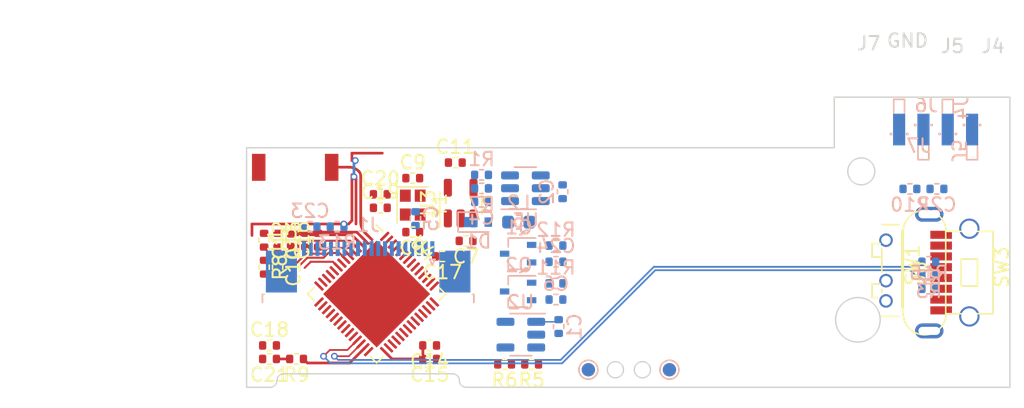
<source format=kicad_pcb>
(kicad_pcb (version 20221018) (generator pcbnew)
  (layers (0 "F.Cu" signal) (31 "B.Cu" signal) (34 "B.Paste" user) (35 "F.Paste" user) (36 "B.SilkS" user "B.Silkscreen") (37 "F.SilkS" user "F.Silkscreen") (38 "B.Mask" user) (39 "F.Mask" user) (44 "Edge.Cuts" user))
  (net 0 "")
  (net 1 "GND")
  (net 2 "/EN")
  (net 3 "+3V3")
  (net 4 "VDD3P3")
  (net 5 "/IO15")
  (net 6 "/D-")
  (net 7 "/D+")
  (net 8 "/IO2")
  (net 9 "/IO4")
  (net 10 "/IO0")
  (net 11 "/SCL")
  (net 12 "/SDA")
  (net 14 "+12V")
  (net 15 "Net-(J1-Pin_3)")
  (net 16 "Net-(D1-A)")
  (net 17 "Net-(J5-Pin_1)")
  (net 18 "Net-(Q1-B)")
  (net 19 "Net-(Q2-B)")
  (net 21 "/VCC_DISPL")
  (net 22 "Net-(J2-Pin_1)")
  (net 24 "/VBAT")
  (net 25 "/VUSB")
  (net 26 "/GPIO9")
  (net 27 "Net-(U4-XTAL_N)")
  (net 28 "Net-(U4-XTAL_P)")
  (net 29 "Net-(U4-VDD_SPI)")
  (net 30 "Net-(C21-Pad1)")
  (net 31 "Net-(J7-Pin_1)")
  (net 32 "Net-(J4-Pin_1)")
  (net 33 "Net-(U4-GPIO21)")
  (net 68 "Net-(J8-CC1)")
  (net 70 "Net-(J8-D+-PadA6)")
  (net 71 "Net-(J8-D--PadA7)")
  (net 77 "/DC")
  (net 78 "/CS")
  (net 79 "Net-(J1-Pin_17)")
  (net 81 "Net-(U5-FB)")
  (net 83 "Net-(AE2-A)")
  (footprint "Resistor_SMD:R_0402_1005Metric" (layer "F.Cu") (at 114.8 53.6 -90)
    (fp_text reference "C10" (at 0 -1.17 90) (layer "F.SilkS"))
    (fp_text value "1µ")
    (pad "1" smd roundrect (at -0.51 0 270) (size 0.54 0.64) (layers "F.Cu" "F.Paste" "F.Mask") (net 2 "/EN"))
    (pad "2" smd roundrect (at 0.51 0 270) (size 0.54 0.64) (layers "F.Cu" "F.Paste" "F.Mask") (net 1 "GND"))
  )
  (footprint "TheBrutzlers_Lib:ytc-tc85-125" (layer "F.Cu") (at 164.71011 54 90)
    (fp_text reference "J8" (at 0 -2.4 90 unlocked) (layer "F.SilkS"))
    (fp_text value "USB_C_Receptacle_USB2.0")
    (pad "A5" smd rect (at -1.2 -0.8 180) (size 1.6 0.6) (layers "F.Cu" "F.Paste" "F.Mask") (net 68 "Net-(J8-CC1)"))
    (pad "A8" smd rect (at 1.2 -0.8 180) (size 1.6 0.6) (layers "F.Cu" "F.Paste" "F.Mask"))
    (pad "A9" smd rect (at 2 -0.8 180) (size 1.6 0.6) (layers "F.Cu" "F.Paste" "F.Mask") (net 25 "/VUSB"))
    (pad "A12" smd rect (at 2.8 -0.8 180) (size 1.6 0.6) (layers "F.Cu" "F.Paste" "F.Mask") (net 1 "GND"))
    (pad "B6" smd rect (at 0.4 -0.8 180) (size 1.6 0.6) (layers "F.Cu" "F.Paste" "F.Mask") (net 70 "Net-(J8-D+-PadA6)"))
    (pad "B7" smd rect (at -0.4 -0.8 180) (size 1.6 0.6) (layers "F.Cu" "F.Paste" "F.Mask") (net 71 "Net-(J8-D--PadA7)"))
    (pad "B9" smd rect (at -2 -0.8 180) (size 1.6 0.6) (layers "F.Cu" "F.Paste" "F.Mask") (net 25 "/VUSB"))
    (pad "B12" smd rect (at -2.8 -0.8 180) (size 1.6 0.6) (layers "F.Cu" "F.Paste" "F.Mask") (net 1 "GND"))
    (pad "S1" thru_hole oval (at -4.32 -1.68 90) (size 1.1 2.1) (drill oval 0.6 1.6) (layers "*.Cu" "*.Mask") (net 1 "GND"))
    (pad "S1" thru_hole oval (at 4.32 -1.68 90) (size 1.1 2.1) (drill oval 0.6 1.6) (layers "*.Cu" "*.Mask") (net 1 "GND"))
  )
  (footprint "TheBrutzlers_Lib:BX-TS-26-365CJ" (layer "F.Cu") (at 166 54 -90)
    (fp_text reference "SW3" (at -0.4 -2.4 90) (layer "F.SilkS"))
    (fp_text value "SW_Push" hide)
    (pad "1" thru_hole circle (at -3.25 0 270) (size 1.5 1.5) (drill 1.2) (layers "*.Cu" "*.Mask") (net 1 "GND"))
    (pad "2" thru_hole circle (at 3.25 0 270) (size 1.5 1.5) (drill 1.2) (layers "*.Cu" "*.Mask") (net 10 "/IO0"))
  )
  (footprint "Crystal:Crystal_SMD_2016-4Pin_2.0x1.6mm" (layer "F.Cu") (at 124.8 48.999999 -90)
    (fp_text reference "Y1" (at 0 -2 90) (layer "F.SilkS"))
    (fp_text value "40MHz")
    (pad "1" smd rect (at -0.7 0.55 270) (size 0.9 0.8) (layers "F.Cu" "F.Paste" "F.Mask") (net 28 "Net-(U4-XTAL_P)"))
    (pad "2" smd rect (at 0.7 0.55 270) (size 0.9 0.8) (layers "F.Cu" "F.Paste" "F.Mask") (net 1 "GND"))
    (pad "3" smd rect (at 0.7 -0.55 270) (size 0.9 0.8) (layers "F.Cu" "F.Paste" "F.Mask") (net 27 "Net-(U4-XTAL_N)"))
    (pad "4" smd rect (at -0.7 -0.55 270) (size 0.9 0.8) (layers "F.Cu" "F.Paste" "F.Mask") (net 1 "GND"))
  )
  (footprint "Resistor_SMD:R_0402_1005Metric" (layer "F.Cu") (at 133.600001 60.8 180)
    (fp_text reference "R5" (at 0 -1.17) (layer "F.SilkS"))
    (fp_text value "390K")
    (pad "1" smd roundrect (at -0.51 0 180) (size 0.54 0.64) (layers "F.Cu" "F.Paste" "F.Mask") (net 24 "/VBAT"))
    (pad "2" smd roundrect (at 0.51 0 180) (size 0.54 0.64) (layers "F.Cu" "F.Paste" "F.Mask") (net 26 "/GPIO9"))
  )
  (footprint "Resistor_SMD:R_0402_1005Metric" (layer "F.Cu") (at 127.95 45.85)
    (fp_text reference "C11" (at 0 -1.17) (layer "F.SilkS"))
    (fp_text value "10µ")
    (pad "1" smd roundrect (at -0.51 0) (size 0.54 0.64) (layers "F.Cu" "F.Paste" "F.Mask") (net 3 "+3V3"))
    (pad "2" smd roundrect (at 0.51 0) (size 0.54 0.64) (layers "F.Cu" "F.Paste" "F.Mask") (net 1 "GND"))
  )
  (footprint "Resistor_SMD:R_0402_1005Metric" (layer "F.Cu") (at 124.8 51 180)
    (fp_text reference "C8" (at 0 -1.17) (layer "F.SilkS"))
    (fp_text value "15p")
    (pad "1" smd roundrect (at -0.51 0 180) (size 0.54 0.64) (layers "F.Cu" "F.Paste" "F.Mask") (net 27 "Net-(U4-XTAL_N)"))
    (pad "2" smd roundrect (at 0.51 0 180) (size 0.54 0.64) (layers "F.Cu" "F.Paste" "F.Mask") (net 1 "GND"))
  )
  (footprint "Resistor_SMD:R_0402_1005Metric" (layer "F.Cu") (at 126.05 59.4 180)
    (fp_text reference "C14" (at 0 -1.17) (layer "F.SilkS"))
    (fp_text value "1µ")
    (pad "1" smd roundrect (at -0.51 0 180) (size 0.54 0.64) (layers "F.Cu" "F.Paste" "F.Mask") (net 1 "GND"))
    (pad "2" smd roundrect (at 0.51 0 180) (size 0.54 0.64) (layers "F.Cu" "F.Paste" "F.Mask") (net 29 "Net-(U4-VDD_SPI)"))
  )
  (footprint "Resistor_SMD:R_0402_1005Metric" (layer "F.Cu") (at 131.6 60.8 180)
    (fp_text reference "R6" (at 0 -1.17) (layer "F.SilkS"))
    (fp_text value "390K")
    (pad "1" smd roundrect (at -0.51 0 180) (size 0.54 0.64) (layers "F.Cu" "F.Paste" "F.Mask") (net 26 "/GPIO9"))
    (pad "2" smd roundrect (at 0.51 0 180) (size 0.54 0.64) (layers "F.Cu" "F.Paste" "F.Mask") (net 1 "GND"))
  )
  (footprint "Package_DFN_QFN:QFN-56-1EP_7x7mm_P0.4mm_EP5.6x5.6mm" (layer "F.Cu") (at 122.129949 55.589949 -45)
    (fp_text reference "U4" (at 0 -4.82 135) (layer "F.SilkS"))
    (fp_text value "ESP32-S3")
    (pad "1" smd roundrect (at -3.4375 -2.6 315) (size 0.875 0.2) (layers "F.Cu" "F.Paste" "F.Mask") (net 83 "Net-(AE2-A)"))
    (pad "2" smd roundrect (at -3.4375 -2.2 315) (size 0.875 0.2) (layers "F.Cu" "F.Paste" "F.Mask") (net 4 "VDD3P3"))
    (pad "3" smd roundrect (at -3.4375 -1.8 315) (size 0.875 0.2) (layers "F.Cu" "F.Paste" "F.Mask") (net 4 "VDD3P3"))
    (pad "4" smd roundrect (at -3.4375 -1.4 315) (size 0.875 0.2) (layers "F.Cu" "F.Paste" "F.Mask") (net 2 "/EN"))
    (pad "5" smd roundrect (at -3.4375 -1 315) (size 0.875 0.2) (layers "F.Cu" "F.Paste" "F.Mask") (net 10 "/IO0"))
    (pad "6" smd roundrect (at -3.4375 -0.6 315) (size 0.875 0.2) (layers "F.Cu" "F.Paste" "F.Mask"))
    (pad "7" smd roundrect (at -3.4375 -0.2 315) (size 0.875 0.2) (layers "F.Cu" "F.Paste" "F.Mask") (net 8 "/IO2"))
    (pad "8" smd roundrect (at -3.4375 0.2 315) (size 0.875 0.2) (layers "F.Cu" "F.Paste" "F.Mask"))
    (pad "9" smd roundrect (at -3.4375 0.6 315) (size 0.875 0.2) (layers "F.Cu" "F.Paste" "F.Mask") (net 9 "/IO4"))
    (pad "10" smd roundrect (at -3.4375 1 315) (size 0.875 0.2) (layers "F.Cu" "F.Paste" "F.Mask"))
    (pad "11" smd roundrect (at -3.4375 1.4 315) (size 0.875 0.2) (layers "F.Cu" "F.Paste" "F.Mask"))
    (pad "12" smd roundrect (at -3.4375 1.8 315) (size 0.875 0.2) (layers "F.Cu" "F.Paste" "F.Mask"))
    (pad "13" smd roundrect (at -3.4375 2.2 315) (size 0.875 0.2) (layers "F.Cu" "F.Paste" "F.Mask"))
    (pad "14" smd roundrect (at -3.4375 2.6 315) (size 0.875 0.2) (layers "F.Cu" "F.Paste" "F.Mask") (net 26 "/GPIO9"))
    (pad "15" smd roundrect (at -2.6 3.4375 315) (size 0.2 0.875) (layers "F.Cu" "F.Paste" "F.Mask") (net 31 "Net-(J7-Pin_1)"))
    (pad "16" smd roundrect (at -2.2 3.4375 315) (size 0.2 0.875) (layers "F.Cu" "F.Paste" "F.Mask") (net 12 "/SDA"))
    (pad "17" smd roundrect (at -1.8 3.4375 315) (size 0.2 0.875) (layers "F.Cu" "F.Paste" "F.Mask") (net 11 "/SCL"))
    (pad "18" smd roundrect (at -1.4 3.4375 315) (size 0.2 0.875) (layers "F.Cu" "F.Paste" "F.Mask") (net 78 "/CS"))
    (pad "19" smd roundrect (at -1 3.4375 315) (size 0.2 0.875) (layers "F.Cu" "F.Paste" "F.Mask") (net 77 "/DC"))
    (pad "20" smd roundrect (at -0.6 3.4375 315) (size 0.2 0.875) (layers "F.Cu" "F.Paste" "F.Mask") (net 3 "+3V3"))
    (pad "21" smd roundrect (at -0.2 3.4375 315) (size 0.2 0.875) (layers "F.Cu" "F.Paste" "F.Mask") (net 5 "/IO15"))
    (pad "22" smd roundrect (at 0.2 3.4375 315) (size 0.2 0.875) (layers "F.Cu" "F.Paste" "F.Mask"))
    (pad "23" smd roundrect (at 0.6 3.4375 315) (size 0.2 0.875) (layers "F.Cu" "F.Paste" "F.Mask") (net 21 "/VCC_DISPL"))
    (pad "24" smd roundrect (at 1 3.4375 315) (size 0.2 0.875) (layers "F.Cu" "F.Paste" "F.Mask"))
    (pad "25" smd roundrect (at 1.4 3.4375 315) (size 0.2 0.875) (layers "F.Cu" "F.Paste" "F.Mask") (net 6 "/D-"))
    (pad "26" smd roundrect (at 1.8 3.4375 315) (size 0.2 0.875) (layers "F.Cu" "F.Paste" "F.Mask") (net 7 "/D+"))
    (pad "27" smd roundrect (at 2.2 3.4375 315) (size 0.2 0.875) (layers "F.Cu" "F.Paste" "F.Mask") (net 33 "Net-(U4-GPIO21)"))
    (pad "28" smd roundrect (at 2.6 3.4375 315) (size 0.2 0.875) (layers "F.Cu" "F.Paste" "F.Mask"))
    (pad "29" smd roundrect (at 3.4375 2.6 315) (size 0.875 0.2) (layers "F.Cu" "F.Paste" "F.Mask") (net 29 "Net-(U4-VDD_SPI)"))
    (pad "30" smd roundrect (at 3.4375 2.2 315) (size 0.875 0.2) (layers "F.Cu" "F.Paste" "F.Mask"))
    (pad "31" smd roundrect (at 3.4375 1.8 315) (size 0.875 0.2) (layers "F.Cu" "F.Paste" "F.Mask"))
    (pad "32" smd roundrect (at 3.4375 1.4 315) (size 0.875 0.2) (layers "F.Cu" "F.Paste" "F.Mask"))
    (pad "33" smd roundrect (at 3.4375 1 315) (size 0.875 0.2) (layers "F.Cu" "F.Paste" "F.Mask"))
    (pad "34" smd roundrect (at 3.4375 0.6 315) (size 0.875 0.2) (layers "F.Cu" "F.Paste" "F.Mask"))
    (pad "35" smd roundrect (at 3.4375 0.2 315) (size 0.875 0.2) (layers "F.Cu" "F.Paste" "F.Mask"))
    (pad "36" smd roundrect (at 3.4375 -0.2 315) (size 0.875 0.2) (layers "F.Cu" "F.Paste" "F.Mask"))
    (pad "37" smd roundrect (at 3.4375 -0.6 315) (size 0.875 0.2) (layers "F.Cu" "F.Paste" "F.Mask"))
    (pad "38" smd roundrect (at 3.4375 -1 315) (size 0.875 0.2) (layers "F.Cu" "F.Paste" "F.Mask"))
    (pad "39" smd roundrect (at 3.4375 -1.4 315) (size 0.875 0.2) (layers "F.Cu" "F.Paste" "F.Mask"))
    (pad "40" smd roundrect (at 3.4375 -1.8 315) (size 0.875 0.2) (layers "F.Cu" "F.Paste" "F.Mask"))
    (pad "41" smd roundrect (at 3.4375 -2.2 315) (size 0.875 0.2) (layers "F.Cu" "F.Paste" "F.Mask"))
    (pad "42" smd roundrect (at 3.4375 -2.6 315) (size 0.875 0.2) (layers "F.Cu" "F.Paste" "F.Mask"))
    (pad "43" smd roundrect (at 2.6 -3.4375 315) (size 0.2 0.875) (layers "F.Cu" "F.Paste" "F.Mask"))
    (pad "44" smd roundrect (at 2.2 -3.4375 315) (size 0.2 0.875) (layers "F.Cu" "F.Paste" "F.Mask"))
    (pad "45" smd roundrect (at 1.8 -3.4375 315) (size 0.2 0.875) (layers "F.Cu" "F.Paste" "F.Mask"))
    (pad "46" smd roundrect (at 1.4 -3.4375 315) (size 0.2 0.875) (layers "F.Cu" "F.Paste" "F.Mask") (net 3 "+3V3"))
    (pad "47" smd roundrect (at 1 -3.4375 315) (size 0.2 0.875) (layers "F.Cu" "F.Paste" "F.Mask"))
    (pad "48" smd roundrect (at 0.6 -3.4375 315) (size 0.2 0.875) (layers "F.Cu" "F.Paste" "F.Mask"))
    (pad "49" smd roundrect (at 0.2 -3.4375 315) (size 0.2 0.875) (layers "F.Cu" "F.Paste" "F.Mask"))
    (pad "50" smd roundrect (at -0.2 -3.4375 315) (size 0.2 0.875) (layers "F.Cu" "F.Paste" "F.Mask"))
    (pad "51" smd roundrect (at -0.6 -3.4375 315) (size 0.2 0.875) (layers "F.Cu" "F.Paste" "F.Mask"))
    (pad "52" smd roundrect (at -1 -3.4375 315) (size 0.2 0.875) (layers "F.Cu" "F.Paste" "F.Mask"))
    (pad "53" smd roundrect (at -1.4 -3.4375 315) (size 0.2 0.875) (layers "F.Cu" "F.Paste" "F.Mask") (net 27 "Net-(U4-XTAL_N)"))
    (pad "54" smd roundrect (at -1.8 -3.4375 315) (size 0.2 0.875) (layers "F.Cu" "F.Paste" "F.Mask") (net 28 "Net-(U4-XTAL_P)"))
    (pad "55" smd roundrect (at -2.2 -3.4375 315) (size 0.2 0.875) (layers "F.Cu" "F.Paste" "F.Mask") (net 3 "+3V3"))
    (pad "56" smd roundrect (at -2.6 -3.4375 315) (size 0.2 0.875) (layers "F.Cu" "F.Paste" "F.Mask") (net 3 "+3V3"))
    (pad "57" smd rect (at 0 0 315) (size 5.6 5.6) (layers "F.Cu" "F.Mask") (net 1 "GND"))
  )
  (footprint "TheBrutzlers_Lib:SW_SPDT_PCM12_Straight" (layer "F.Cu") (at 159.8 53.85 -90)
    (fp_text reference "SW1" (at -0.4 -2 90) (layer "F.SilkS"))
    (fp_text value "SW_DIP_x01" hide)
    (pad "1" thru_hole circle (at -2.25 -0.03 270) (size 1 1) (drill 0.7) (layers "*.Cu" "*.Mask") (net 24 "/VBAT"))
    (pad "2" thru_hole circle (at 0.75 -0.03 270) (size 1 1) (drill 0.7) (layers "*.Cu" "*.Mask") (net 22 "Net-(J2-Pin_1)"))
    (pad "3" thru_hole circle (at 2.25 -0.03 270) (size 1 1) (drill 0.7) (layers "*.Cu" "*.Mask"))
  )
  (footprint "Resistor_SMD:R_0402_1005Metric" (layer "F.Cu") (at 122.4 48.2)
    (fp_text reference "C20" (at 0 -1.17) (layer "F.SilkS"))
    (fp_text value "1µ")
    (pad "1" smd roundrect (at -0.51 0) (size 0.54 0.64) (layers "F.Cu" "F.Paste" "F.Mask") (net 1 "GND"))
    (pad "2" smd roundrect (at 0.51 0) (size 0.54 0.64) (layers "F.Cu" "F.Paste" "F.Mask") (net 3 "+3V3"))
  )
  (footprint "Resistor_SMD:R_0402_1005Metric" (layer "F.Cu") (at 113.8 53.6 -90)
    (fp_text reference "R8" (at 0 -1.17 90) (layer "F.SilkS"))
    (fp_text value "5K1")
    (pad "1" smd roundrect (at -0.51 0 270) (size 0.54 0.64) (layers "F.Cu" "F.Paste" "F.Mask") (net 3 "+3V3"))
    (pad "2" smd roundrect (at 0.51 0 270) (size 0.54 0.64) (layers "F.Cu" "F.Paste" "F.Mask") (net 2 "/EN"))
  )
  (footprint "Resistor_SMD:R_0402_1005Metric" (layer "F.Cu") (at 117.8 51.6 90)
    (fp_text reference "C16" (at 0 -1.17 90) (layer "F.SilkS"))
    (fp_text value "100n")
    (pad "1" smd roundrect (at -0.51 0 90) (size 0.54 0.64) (layers "F.Cu" "F.Paste" "F.Mask") (net 1 "GND"))
    (pad "2" smd roundrect (at 0.51 0 90) (size 0.54 0.64) (layers "F.Cu" "F.Paste" "F.Mask") (net 4 "VDD3P3"))
  )
  (footprint "Resistor_SMD:R_0402_1005Metric" (layer "F.Cu") (at 114.8 51.6 -90)
    (fp_text reference "C13" (at 0 -1.17 90) (layer "F.SilkS"))
    (fp_text value "100n")
    (pad "1" smd roundrect (at -0.51 0 270) (size 0.54 0.64) (layers "F.Cu" "F.Paste" "F.Mask") (net 1 "GND"))
    (pad "2" smd roundrect (at 0.51 0 270) (size 0.54 0.64) (layers "F.Cu" "F.Paste" "F.Mask") (net 3 "+3V3"))
  )
  (footprint "Resistor_SMD:R_0402_1005Metric" (layer "F.Cu") (at 114.2 59.4)
    (fp_text reference "C18" (at 0 -1.17) (layer "F.SilkS"))
    (fp_text value "100n")
    (pad "1" smd roundrect (at -0.51 0) (size 0.54 0.64) (layers "F.Cu" "F.Paste" "F.Mask") (net 1 "GND"))
    (pad "2" smd roundrect (at 0.51 0) (size 0.54 0.64) (layers "F.Cu" "F.Paste" "F.Mask") (net 3 "+3V3"))
  )
  (footprint "Inductor_SMD:L_0402_1005Metric" (layer "F.Cu") (at 115.8 51.6 90)
    (fp_text reference "L1" (at 0 -1.17 90) (layer "F.SilkS"))
    (fp_text value "2n2")
    (pad "1" smd roundrect (at -0.485 0 90) (size 0.59 0.64) (layers "F.Cu" "F.Paste" "F.Mask") (net 3 "+3V3"))
    (pad "2" smd roundrect (at 0.485 0 90) (size 0.59 0.64) (layers "F.Cu" "F.Paste" "F.Mask") (net 4 "VDD3P3"))
  )
  (footprint "Resistor_SMD:R_0402_1005Metric" (layer "F.Cu") (at 127 52.8 180)
    (fp_text reference "C17" (at 0 -1.17) (layer "F.SilkS"))
    (fp_text value "100n")
    (pad "1" smd roundrect (at -0.51 0 180) (size 0.54 0.64) (layers "F.Cu" "F.Paste" "F.Mask") (net 1 "GND"))
    (pad "2" smd roundrect (at 0.51 0 180) (size 0.54 0.64) (layers "F.Cu" "F.Paste" "F.Mask") (net 3 "+3V3"))
  )
  (footprint "Resistor_SMD:R_0402_1005Metric" (layer "F.Cu") (at 114.2 60.4 180)
    (fp_text reference "C21" (at 0 -1.17) (layer "F.SilkS"))
    (fp_text value "1µ")
    (pad "1" smd roundrect (at -0.51 0 180) (size 0.54 0.64) (layers "F.Cu" "F.Paste" "F.Mask") (net 30 "Net-(C21-Pad1)"))
    (pad "2" smd roundrect (at 0.51 0 180) (size 0.54 0.64) (layers "F.Cu" "F.Paste" "F.Mask") (net 1 "GND"))
  )
  (footprint "Package_TO_SOT_SMD:TSOT-23-5" (layer "F.Cu") (at 128.35 48.85 90)
    (fp_text reference "U3" (at 0 -2.4 90) (layer "F.SilkS"))
    (fp_text value "LN1134A332MR")
    (pad "1" smd roundrect (at -1.1375 -0.95 90) (size 1.325 0.6) (layers "F.Cu" "F.Paste" "F.Mask") (net 24 "/VBAT"))
    (pad "2" smd roundrect (at -1.1375 0 90) (size 1.325 0.6) (layers "F.Cu" "F.Paste" "F.Mask") (net 1 "GND"))
    (pad "3" smd roundrect (at -1.1375 0.95 90) (size 1.325 0.6) (layers "F.Cu" "F.Paste" "F.Mask") (net 24 "/VBAT"))
    (pad "4" smd roundrect (at 1.1375 0.95 90) (size 1.325 0.6) (layers "F.Cu" "F.Paste" "F.Mask"))
    (pad "5" smd roundrect (at 1.1375 -0.95 90) (size 1.325 0.6) (layers "F.Cu" "F.Paste" "F.Mask") (net 3 "+3V3"))
  )
  (footprint "Resistor_SMD:R_0402_1005Metric" (layer "F.Cu") (at 126.05 60.4 180)
    (fp_text reference "C15" (at 0 -1.17) (layer "F.SilkS"))
    (fp_text value "100n")
    (pad "1" smd roundrect (at -0.51 0 180) (size 0.54 0.64) (layers "F.Cu" "F.Paste" "F.Mask") (net 1 "GND"))
    (pad "2" smd roundrect (at 0.51 0 180) (size 0.54 0.64) (layers "F.Cu" "F.Paste" "F.Mask") (net 29 "Net-(U4-VDD_SPI)"))
  )
  (footprint "Resistor_SMD:R_0402_1005Metric" (layer "F.Cu") (at 116.2 60.4 180)
    (fp_text reference "R9" (at 0 -1.17) (layer "F.SilkS"))
    (fp_text value "5K1")
    (pad "1" smd roundrect (at -0.51 0 180) (size 0.54 0.64) (layers "F.Cu" "F.Paste" "F.Mask") (net 33 "Net-(U4-GPIO21)"))
    (pad "2" smd roundrect (at 0.51 0 180) (size 0.54 0.64) (layers "F.Cu" "F.Paste" "F.Mask") (net 30 "Net-(C21-Pad1)"))
  )
  (footprint "Resistor_SMD:R_0402_1005Metric" (layer "F.Cu") (at 122.4 49.2)
    (fp_text reference "C19" (at 0 -1.17) (layer "F.SilkS"))
    (fp_text value "100n")
    (pad "1" smd roundrect (at -0.51 0) (size 0.54 0.64) (layers "F.Cu" "F.Paste" "F.Mask") (net 1 "GND"))
    (pad "2" smd roundrect (at 0.51 0) (size 0.54 0.64) (layers "F.Cu" "F.Paste" "F.Mask") (net 3 "+3V3"))
  )
  (footprint "Resistor_SMD:R_0402_1005Metric" (layer "F.Cu") (at 124.8 47)
    (fp_text reference "C9" (at 0 -1.17) (layer "F.SilkS"))
    (fp_text value "15p")
    (pad "1" smd roundrect (at -0.51 0) (size 0.54 0.64) (layers "F.Cu" "F.Paste" "F.Mask") (net 28 "Net-(U4-XTAL_P)"))
    (pad "2" smd roundrect (at 0.51 0) (size 0.54 0.64) (layers "F.Cu" "F.Paste" "F.Mask") (net 1 "GND"))
  )
  (footprint "Resistor_SMD:R_0402_1005Metric" (layer "F.Cu") (at 116.85 51.6 90)
    (fp_text reference "C3" (at 0 -1.17 90) (layer "F.SilkS"))
    (fp_text value "1µ")
    (pad "1" smd roundrect (at -0.51 0 90) (size 0.54 0.64) (layers "F.Cu" "F.Paste" "F.Mask") (net 1 "GND"))
    (pad "2" smd roundrect (at 0.51 0 90) (size 0.54 0.64) (layers "F.Cu" "F.Paste" "F.Mask") (net 4 "VDD3P3"))
  )
  (footprint "Resistor_SMD:R_0402_1005Metric" (layer "F.Cu") (at 128.75 51.65 180)
    (fp_text reference "C7" (at 0 -1.17) (layer "F.SilkS"))
    (fp_text value "10µ")
    (pad "1" smd roundrect (at -0.51 0 180) (size 0.54 0.64) (layers "F.Cu" "F.Paste" "F.Mask") (net 24 "/VBAT"))
    (pad "2" smd roundrect (at 0.51 0 180) (size 0.54 0.64) (layers "F.Cu" "F.Paste" "F.Mask") (net 1 "GND"))
  )
  (footprint "TheBrutzlers_Lib:RFANT5220110A2T" (layer "F.Cu") (at 118.8 46.2 90)
    (fp_text reference "AE2" hide)
    (fp_text value "Antenna_Shield")
    (pad "1" smd rect (at 0 0 90) (size 2 1) (layers "F.Cu" "F.Paste" "F.Mask") (net 83 "Net-(AE2-A)"))
    (pad "2" smd rect (at 0 -5.4 90) (size 2 1) (layers "F.Cu" "F.Paste" "F.Mask"))
  )
  (footprint "Resistor_SMD:R_0402_1005Metric" (layer "F.Cu") (at 113.8 51.6 -90)
    (fp_text reference "C12" (at 0 -1.17 90) (layer "F.SilkS"))
    (fp_text value "1µ")
    (pad "1" smd roundrect (at -0.51 0 270) (size 0.54 0.64) (layers "F.Cu" "F.Paste" "F.Mask") (net 1 "GND"))
    (pad "2" smd roundrect (at 0.51 0 270) (size 0.54 0.64) (layers "F.Cu" "F.Paste" "F.Mask") (net 3 "+3V3"))
  )
  (footprint "TheBrutzlers_Lib:120220-0202" (layer "B.Cu") (at 166.2 42.225 -90)
    (fp_text reference "J4" (at -0.4 0.8 90 unlocked) (layer "B.SilkS") (effects (justify mirror)))
    (fp_text value "Conn_01x01")
    (pad "1" smd rect (at 1.175 0 270) (size 2.35 0.9) (layers "B.Cu" "B.Paste" "B.Mask") (net 32 "Net-(J4-Pin_1)"))
  )
  (footprint "TestPoint:TestPoint_Pad_D1.0mm" (layer "B.Cu") (at 143.8 61.2 180)
    (fp_text reference "J3" hide)
    (fp_text value "Conn_01x01")
    (pad "1" smd circle (at 0 0 180) (size 1 1) (layers "B.Cu" "B.Mask") (net 1 "GND"))
  )
  (footprint "Resistor_SMD:R_0402_1005Metric" (layer "B.Cu") (at 135.4 54.8 180)
    (fp_text reference "R11" (at 0 1.17) (layer "B.SilkS") (effects (justify mirror)))
    (fp_text value "390K")
    (pad "1" smd roundrect (at -0.51 0 180) (size 0.54 0.64) (layers "B.Cu" "B.Paste" "B.Mask") (net 32 "Net-(J4-Pin_1)"))
    (pad "2" smd roundrect (at 0.51 0 180) (size 0.54 0.64) (layers "B.Cu" "B.Paste" "B.Mask") (net 19 "Net-(Q2-B)"))
  )
  (footprint "Resistor_SMD:R_0402_1005Metric" (layer "B.Cu") (at 125 50 90)
    (fp_text reference "C5" (at 0 1.17 90) (layer "B.SilkS") (effects (justify mirror)))
    (fp_text value "1µ")
    (pad "1" smd roundrect (at -0.51 0 90) (size 0.54 0.64) (layers "B.Cu" "B.Paste" "B.Mask") (net 15 "Net-(J1-Pin_3)"))
    (pad "2" smd roundrect (at 0.51 0 90) (size 0.54 0.64) (layers "B.Cu" "B.Paste" "B.Mask") (net 1 "GND"))
  )
  (footprint "TheBrutzlers_Lib:120220-0202" (layer "B.Cu") (at 160.8 44.574999 90)
    (fp_text reference "J7" (at -0.025001 1.4 unlocked) (layer "B.SilkS") (effects (justify mirror)))
    (fp_text value "Conn_01x01")
    (pad "1" smd rect (at 1.175 0 90) (size 2.35 0.9) (layers "B.Cu" "B.Paste" "B.Mask") (net 31 "Net-(J7-Pin_1)"))
  )
  (footprint "Package_TO_SOT_SMD:SOT-323_SC-70" (layer "B.Cu") (at 132.6 52.6 180)
    (fp_text reference "Q1" (at -0.05 1.95) (layer "B.SilkS") (effects (justify mirror)))
    (fp_text value "BC817W")
    (pad "1" smd rect (at -1 0.65 270) (size 0.45 0.7) (layers "B.Cu" "B.Paste" "B.Mask") (net 18 "Net-(Q1-B)"))
    (pad "2" smd rect (at -1 -0.65 270) (size 0.45 0.7) (layers "B.Cu" "B.Paste" "B.Mask") (net 1 "GND"))
    (pad "3" smd rect (at 1 0 270) (size 0.45 0.7) (layers "B.Cu" "B.Paste" "B.Mask") (net 9 "/IO4"))
  )
  (footprint "TheBrutzlers_Lib:D_WBFBP" (layer "B.Cu") (at 129.6425 50.26)
    (fp_text reference "D1" (at 0 1.43) (layer "B.SilkS") (effects (justify mirror)))
    (fp_text value "CDBVRL140")
    (pad "1" smd rect (at -0.55 0) (size 1 0.76) (layers "B.Cu" "B.Paste" "B.Mask") (net 14 "+12V"))
    (pad "2" smd rect (at 0.75 0 270) (size 0.7 0.56) (layers "B.Cu" "B.Paste" "B.Mask") (net 16 "Net-(D1-A)"))
  )
  (footprint "Resistor_SMD:R_0402_1005Metric" (layer "B.Cu") (at 135.4 53.2 180)
    (fp_text reference "C24" (at 0 1.17) (layer "B.SilkS") (effects (justify mirror)))
    (fp_text value "15p")
    (pad "1" smd roundrect (at -0.51 0 180) (size 0.54 0.64) (layers "B.Cu" "B.Paste" "B.Mask") (net 18 "Net-(Q1-B)"))
    (pad "2" smd roundrect (at 0.51 0 180) (size 0.54 0.64) (layers "B.Cu" "B.Paste" "B.Mask") (net 1 "GND"))
  )
  (footprint "Resistor_SMD:R_0402_1005Metric" (layer "B.Cu") (at 117.2 50.6 180)
    (fp_text reference "C23" (at 0 1.17) (layer "B.SilkS") (effects (justify mirror)))
    (fp_text value "1µ")
    (pad "1" smd roundrect (at -0.51 0 180) (size 0.54 0.64) (layers "B.Cu" "B.Paste" "B.Mask") (net 21 "/VCC_DISPL"))
    (pad "2" smd roundrect (at 0.51 0 180) (size 0.54 0.64) (layers "B.Cu" "B.Paste" "B.Mask") (net 1 "GND"))
  )
  (footprint "Resistor_SMD:R_0402_1005Metric" (layer "B.Cu") (at 135.4 56 180)
    (fp_text reference "C6" (at 0 1.17) (layer "B.SilkS") (effects (justify mirror)))
    (fp_text value "15p")
    (pad "1" smd roundrect (at -0.51 0 180) (size 0.54 0.64) (layers "B.Cu" "B.Paste" "B.Mask") (net 19 "Net-(Q2-B)"))
    (pad "2" smd roundrect (at 0.51 0 180) (size 0.54 0.64) (layers "B.Cu" "B.Paste" "B.Mask") (net 1 "GND"))
  )
  (footprint "Package_TO_SOT_SMD:SOT-323_SC-70" (layer "B.Cu") (at 132.6 55.4 180)
    (fp_text reference "Q2" (at -0.05 1.95) (layer "B.SilkS") (effects (justify mirror)))
    (fp_text value "BC817W")
    (pad "1" smd rect (at -1 0.65 270) (size 0.45 0.7) (layers "B.Cu" "B.Paste" "B.Mask") (net 19 "Net-(Q2-B)"))
    (pad "2" smd rect (at -1 -0.65 270) (size 0.45 0.7) (layers "B.Cu" "B.Paste" "B.Mask") (net 1 "GND"))
    (pad "3" smd rect (at 1 0 270) (size 0.45 0.7) (layers "B.Cu" "B.Paste" "B.Mask") (net 8 "/IO2"))
  )
  (footprint "Resistor_SMD:R_0402_1005Metric" (layer "B.Cu") (at 129.8925 46.76 180)
    (fp_text reference "R1" (at 0 1.17) (layer "B.SilkS") (effects (justify mirror)))
    (fp_text value "21K")
    (pad "1" smd roundrect (at -0.51 0 180) (size 0.54 0.64) (layers "B.Cu" "B.Paste" "B.Mask") (net 81 "Net-(U5-FB)"))
    (pad "2" smd roundrect (at 0.51 0 180) (size 0.54 0.64) (layers "B.Cu" "B.Paste" "B.Mask") (net 1 "GND"))
  )
  (footprint "Resistor_SMD:R_0402_1005Metric" (layer "B.Cu") (at 129.8925 48.76)
    (fp_text reference "C4" (at 0 1.17) (layer "B.SilkS") (effects (justify mirror)))
    (fp_text value "1µ")
    (pad "1" smd roundrect (at -0.51 0) (size 0.54 0.64) (layers "B.Cu" "B.Paste" "B.Mask") (net 14 "+12V"))
    (pad "2" smd roundrect (at 0.51 0) (size 0.54 0.64) (layers "B.Cu" "B.Paste" "B.Mask") (net 1 "GND"))
  )
  (footprint "TheBrutzlers_Lib:120220-0202" (layer "B.Cu") (at 162.6 42.225 -90)
    (fp_text reference "J6" (at -0.625 -0.2 unlocked) (layer "B.SilkS") (effects (justify mirror)))
    (fp_text value "Conn_01x01")
    (pad "1" smd rect (at 1.175 0 270) (size 2.35 0.9) (layers "B.Cu" "B.Paste" "B.Mask") (net 1 "GND"))
  )
  (footprint "Resistor_SMD:R_0402_1005Metric" (layer "B.Cu") (at 129.8925 47.76)
    (fp_text reference "R7" (at 0 1.17) (layer "B.SilkS") (effects (justify mirror)))
    (fp_text value "390K")
    (pad "1" smd roundrect (at -0.51 0) (size 0.54 0.64) (layers "B.Cu" "B.Paste" "B.Mask") (net 14 "+12V"))
    (pad "2" smd roundrect (at 0.51 0) (size 0.54 0.64) (layers "B.Cu" "B.Paste" "B.Mask") (net 81 "Net-(U5-FB)"))
  )
  (footprint "Resistor_SMD:R_0402_1005Metric" (layer "B.Cu") (at 163 55.2 180)
    (fp_text reference "R15" (at 0 1.17) (layer "B.SilkS") (effects (justify mirror)))
    (fp_text value "5K1")
    (pad "1" smd roundrect (at -0.51 0 180) (size 0.54 0.64) (layers "B.Cu" "B.Paste" "B.Mask") (net 68 "Net-(J8-CC1)"))
    (pad "2" smd roundrect (at 0.51 0 180) (size 0.54 0.64) (layers "B.Cu" "B.Paste" "B.Mask") (net 1 "GND"))
  )
  (footprint "Resistor_SMD:R_0402_1005Metric" (layer "B.Cu") (at 135.6 58 90)
    (fp_text reference "C1" (at 0 1.17 90) (layer "B.SilkS") (effects (justify mirror)))
    (fp_text value "1µ")
    (pad "1" smd roundrect (at -0.51 0 90) (size 0.54 0.64) (layers "B.Cu" "B.Paste" "B.Mask") (net 1 "GND"))
    (pad "2" smd roundrect (at 0.51 0 90) (size 0.54 0.64) (layers "B.Cu" "B.Paste" "B.Mask") (net 25 "/VUSB"))
  )
  (footprint "Resistor_SMD:R_0402_1005Metric" (layer "B.Cu") (at 135.8925 48.01 -90)
    (fp_text reference "C2" (at 0 1.17 90) (layer "B.SilkS") (effects (justify mirror)))
    (fp_text value "1µ")
    (pad "1" smd roundrect (at -0.51 0 270) (size 0.54 0.64) (layers "B.Cu" "B.Paste" "B.Mask") (net 24 "/VBAT"))
    (pad "2" smd roundrect (at 0.51 0 270) (size 0.54 0.64) (layers "B.Cu" "B.Paste" "B.Mask") (net 1 "GND"))
  )
  (footprint "Resistor_SMD:R_0402_1005Metric" (layer "B.Cu") (at 161.6 47.8)
    (fp_text reference "R10" (at 0 1.17) (layer "B.SilkS") (effects (justify mirror)))
    (fp_text value "5K1")
    (pad "1" smd roundrect (at -0.51 0) (size 0.54 0.64) (layers "B.Cu" "B.Paste" "B.Mask") (net 30 "Net-(C21-Pad1)"))
    (pad "2" smd roundrect (at 0.51 0) (size 0.54 0.64) (layers "B.Cu" "B.Paste" "B.Mask") (net 31 "Net-(J7-Pin_1)"))
  )
  (footprint "Inductor_SMD:L_0603_1608Metric" (layer "B.Cu") (at 132.6425 50.26 180)
    (fp_text reference "L2" (at 0 1.43) (layer "B.SilkS") (effects (justify mirror)))
    (fp_text value "L")
    (pad "1" smd roundrect (at -0.7875 0 180) (size 0.875 0.95) (layers "B.Cu" "B.Paste" "B.Mask") (net 24 "/VBAT"))
    (pad "2" smd roundrect (at 0.7875 0 180) (size 0.875 0.95) (layers "B.Cu" "B.Paste" "B.Mask") (net 16 "Net-(D1-A)"))
  )
  (footprint "Package_TO_SOT_SMD:SOT-23-6" (layer "B.Cu") (at 133.1375 47.75)
    (fp_text reference "U5" (at 0 2.4) (layer "B.SilkS") (effects (justify mirror)))
    (fp_text value "MT3608")
    (pad "1" smd roundrect (at -1.1375 0.95) (size 1.325 0.6) (layers "B.Cu" "B.Paste" "B.Mask") (net 16 "Net-(D1-A)"))
    (pad "2" smd roundrect (at -1.1375 0) (size 1.325 0.6) (layers "B.Cu" "B.Paste" "B.Mask") (net 1 "GND"))
    (pad "3" smd roundrect (at -1.1375 -0.95) (size 1.325 0.6) (layers "B.Cu" "B.Paste" "B.Mask") (net 81 "Net-(U5-FB)"))
    (pad "4" smd roundrect (at 1.1375 -0.95) (size 1.325 0.6) (layers "B.Cu" "B.Paste" "B.Mask") (net 2 "/EN"))
    (pad "5" smd roundrect (at 1.1375 0) (size 1.325 0.6) (layers "B.Cu" "B.Paste" "B.Mask") (net 24 "/VBAT"))
    (pad "6" smd roundrect (at 1.1375 0.95) (size 1.325 0.6) (layers "B.Cu" "B.Paste" "B.Mask"))
  )
  (footprint "Resistor_SMD:R_0402_1005Metric" (layer "B.Cu") (at 163.6 47.8)
    (fp_text reference "C22" (at 0 1.17) (layer "B.SilkS") (effects (justify mirror)))
    (fp_text value "1µ")
    (pad "1" smd roundrect (at -0.51 0) (size 0.54 0.64) (layers "B.Cu" "B.Paste" "B.Mask") (net 31 "Net-(J7-Pin_1)"))
    (pad "2" smd roundrect (at 0.51 0) (size 0.54 0.64) (layers "B.Cu" "B.Paste" "B.Mask") (net 1 "GND"))
  )
  (footprint "TheBrutzlers_Lib:120220-0202" (layer "B.Cu") (at 164.4 44.574999 90)
    (fp_text reference "J5" (at -0.4 0.8 270 unlocked) (layer "B.SilkS") (effects (justify mirror)))
    (fp_text value "Conn_01x01")
    (pad "1" smd rect (at 1.175 0 90) (size 2.35 0.9) (layers "B.Cu" "B.Paste" "B.Mask") (net 17 "Net-(J5-Pin_1)"))
  )
  (footprint "Package_TO_SOT_SMD:TSOT-23-5" (layer "B.Cu") (at 132.8 58.6 180)
    (fp_text reference "U2" (at 0 2.4) (layer "B.SilkS") (effects (justify mirror)))
    (fp_text value "AP7383-41W5-7 TPS70939DBVR")
    (pad "1" smd roundrect (at -1.1375 0.95 180) (size 1.325 0.6) (layers "B.Cu" "B.Paste" "B.Mask") (net 25 "/VUSB"))
    (pad "2" smd roundrect (at -1.1375 0 180) (size 1.325 0.6) (layers "B.Cu" "B.Paste" "B.Mask") (net 1 "GND"))
    (pad "3" smd roundrect (at -1.1375 -0.95 180) (size 1.325 0.6) (layers "B.Cu" "B.Paste" "B.Mask") (net 25 "/VUSB"))
    (pad "4" smd roundrect (at 1.1375 -0.95 180) (size 1.325 0.6) (layers "B.Cu" "B.Paste" "B.Mask"))
    (pad "5" smd roundrect (at 1.1375 0.95 180) (size 1.325 0.6) (layers "B.Cu" "B.Paste" "B.Mask") (net 24 "/VBAT"))
  )
  (footprint "Resistor_SMD:R_0402_1005Metric" (layer "B.Cu") (at 119.2 50.6)
    (fp_text reference "R13" (at 0 1.17) (layer "B.SilkS") (effects (justify mirror)))
    (fp_text value "1MEG")
    (pad "1" smd roundrect (at -0.51 0) (size 0.54 0.64) (layers "B.Cu" "B.Paste" "B.Mask") (net 79 "Net-(J1-Pin_17)"))
    (pad "2" smd roundrect (at 0.51 0) (size 0.54 0.64) (layers "B.Cu" "B.Paste" "B.Mask") (net 1 "GND"))
  )
  (footprint "TestPoint:TestPoint_Pad_D1.0mm" (layer "B.Cu") (at 137.8 61.2 180)
    (fp_text reference "J2" hide)
    (fp_text value "Conn_01x01")
    (pad "1" smd circle (at 0 0 180) (size 1 1) (layers "B.Cu" "B.Mask") (net 22 "Net-(J2-Pin_1)"))
  )
  (footprint "Resistor_SMD:R_0402_1005Metric" (layer "B.Cu") (at 163 54.2)
    (fp_text reference "R3" (at 0 1.17) (layer "B.SilkS") (effects (justify mirror)))
    (fp_text value "22")
    (pad "1" smd roundrect (at -0.51 0) (size 0.54 0.64) (layers "B.Cu" "B.Paste" "B.Mask") (net 6 "/D-"))
    (pad "2" smd roundrect (at 0.51 0) (size 0.54 0.64) (layers "B.Cu" "B.Paste" "B.Mask") (net 71 "Net-(J8-D--PadA7)"))
  )
  (footprint "Resistor_SMD:R_0402_1005Metric" (layer "B.Cu") (at 163 53.2)
    (fp_text reference "R2" (at 0 1.17) (layer "B.SilkS") (effects (justify mirror)))
    (fp_text value "22")
    (pad "1" smd roundrect (at -0.51 0) (size 0.54 0.64) (layers "B.Cu" "B.Paste" "B.Mask") (net 7 "/D+"))
    (pad "2" smd roundrect (at 0.51 0) (size 0.54 0.64) (layers "B.Cu" "B.Paste" "B.Mask") (net 70 "Net-(J8-D+-PadA6)"))
  )
  (footprint "Resistor_SMD:R_0402_1005Metric" (layer "B.Cu") (at 135.4 52 180)
    (fp_text reference "R12" (at 0 1.17) (layer "B.SilkS") (effects (justify mirror)))
    (fp_text value "390K")
    (pad "1" smd roundrect (at -0.51 0 180) (size 0.54 0.64) (layers "B.Cu" "B.Paste" "B.Mask") (net 17 "Net-(J5-Pin_1)"))
    (pad "2" smd roundrect (at 0.51 0 180) (size 0.54 0.64) (layers "B.Cu" "B.Paste" "B.Mask") (net 18 "Net-(Q1-B)"))
  )
  (footprint "Connector_FFC-FPC:TE_2-1734839-0_1x20-1MP_P0.5mm_Horizontal" (layer "B.Cu") (at 121.5 53.575 180)
    (fp_text reference "J1" (at 0 3.1) (layer "B.SilkS") (effects (justify mirror)))
    (fp_text value "SSD1357")
    (pad "1" smd rect (at -4.75 1.35 180) (size 0.3 1.1) (layers "B.Cu" "B.Paste" "B.Mask"))
    (pad "2" smd rect (at -4.25 1.35 180) (size 0.3 1.1) (layers "B.Cu" "B.Paste" "B.Mask") (net 14 "+12V"))
    (pad "3" smd rect (at -3.75 1.35 180) (size 0.3 1.1) (layers "B.Cu" "B.Paste" "B.Mask") (net 15 "Net-(J1-Pin_3)"))
    (pad "4" smd rect (at -3.25 1.35 180) (size 0.3 1.1) (layers "B.Cu" "B.Paste" "B.Mask"))
    (pad "5" smd rect (at -2.75 1.35 180) (size 0.3 1.1) (layers "B.Cu" "B.Paste" "B.Mask"))
    (pad "6" smd rect (at -2.25 1.35 180) (size 0.3 1.1) (layers "B.Cu" "B.Paste" "B.Mask"))
    (pad "7" smd rect (at -1.75 1.35 180) (size 0.3 1.1) (layers "B.Cu" "B.Paste" "B.Mask"))
    (pad "8" smd rect (at -1.25 1.35 180) (size 0.3 1.1) (layers "B.Cu" "B.Paste" "B.Mask"))
    (pad "9" smd rect (at -0.75 1.35 180) (size 0.3 1.1) (layers "B.Cu" "B.Paste" "B.Mask"))
    (pad "10" smd rect (at -0.25 1.35 180) (size 0.3 1.1) (layers "B.Cu" "B.Paste" "B.Mask") (net 12 "/SDA"))
    (pad "11" smd rect (at 0.25 1.35 180) (size 0.3 1.1) (layers "B.Cu" "B.Paste" "B.Mask") (net 11 "/SCL"))
    (pad "12" smd rect (at 0.75 1.35 180) (size 0.3 1.1) (layers "B.Cu" "B.Paste" "B.Mask"))
    (pad "13" smd rect (at 1.25 1.35 180) (size 0.3 1.1) (layers "B.Cu" "B.Paste" "B.Mask"))
    (pad "14" smd rect (at 1.75 1.35 180) (size 0.3 1.1) (layers "B.Cu" "B.Paste" "B.Mask") (net 77 "/DC"))
    (pad "15" smd rect (at 2.25 1.35 180) (size 0.3 1.1) (layers "B.Cu" "B.Paste" "B.Mask") (net 2 "/EN"))
    (pad "16" smd rect (at 2.75 1.35 180) (size 0.3 1.1) (layers "B.Cu" "B.Paste" "B.Mask") (net 78 "/CS"))
    (pad "17" smd rect (at 3.25 1.35 180) (size 0.3 1.1) (layers "B.Cu" "B.Paste" "B.Mask") (net 79 "Net-(J1-Pin_17)"))
    (pad "18" smd rect (at 3.75 1.35 180) (size 0.3 1.1) (layers "B.Cu" "B.Paste" "B.Mask") (net 21 "/VCC_DISPL"))
    (pad "19" smd rect (at 4.25 1.35 180) (size 0.3 1.1) (layers "B.Cu" "B.Paste" "B.Mask") (net 1 "GND"))
    (pad "20" smd rect (at 4.75 1.35 180) (size 0.3 1.1) (layers "B.Cu" "B.Paste" "B.Mask"))
    (pad "MP" smd rect (at -6.42 -0.35 180) (size 2.3 3.1) (layers "B.Cu" "B.Paste" "B.Mask"))
    (pad "MP" smd rect (at 6.42 -0.35 180) (size 2.3 3.1) (layers "B.Cu" "B.Paste" "B.Mask"))
  )
  (gr_line (start 114.25 62.5) (end 112.5 62.5) (stroke (width 0.1)) (layer "Edge.Cuts"))
  (gr_circle (center 158 46.5) (end 159 46.5) (stroke (width 0.1)) (fill none) (layer "Edge.Cuts"))
  (gr_arc (start 128.75 62.5) (mid 128.396447 62.353553) (end 128.25 62) (stroke (width 0.1)) (layer "Edge.Cuts"))
  (gr_circle (center 141.8 61.2) (end 141.8 61.8) (stroke (width 0.1)) (fill none) (layer "Edge.Cuts"))
  (gr_circle (center 139.8 61.2) (end 139.8 61.8) (stroke (width 0.1)) (fill none) (layer "Edge.Cuts"))
  (gr_line (start 169 41) (end 169 44.75) (stroke (width 0.1)) (layer "Edge.Cuts"))
  (gr_line (start 169 44.75) (end 169 62.5) (stroke (width 0.1)) (layer "Edge.Cuts"))
  (gr_arc (start 114.75 62) (mid 114.603553 62.353553) (end 114.25 62.5) (stroke (width 0.1)) (layer "Edge.Cuts"))
  (gr_line (start 156 41) (end 169 41) (stroke (width 0.1)) (layer "Edge.Cuts"))
  (gr_line (start 169 62.5) (end 128.75 62.5) (stroke (width 0.1)) (layer "Edge.Cuts"))
  (gr_circle (center 157.749999 57.500001) (end 159.399999 57.500001) (stroke (width 0.1)) (fill none) (layer "Edge.Cuts"))
  (gr_arc (start 127.75 61.5) (mid 128.103553 61.646447) (end 128.25 62) (stroke (width 0.1)) (layer "Edge.Cuts"))
  (gr_line (start 112.5 62.5) (end 112.5 44.75) (stroke (width 0.1)) (layer "Edge.Cuts"))
  (gr_line (start 112.5 44.75) (end 156 44.75) (stroke (width 0.1)) (layer "Edge.Cuts"))
  (gr_line (start 115.25 61.5) (end 127.75 61.5) (stroke (width 0.1)) (layer "Edge.Cuts"))
  (gr_arc (start 114.75 62) (mid 114.896447 61.646447) (end 115.25 61.5) (stroke (width 0.1)) (layer "Edge.Cuts"))
  (gr_line (start 156 44.75) (end 156 41) (stroke (width 0.1)) (layer "Edge.Cuts"))
  (gr_text "J5" (at 163.8 37.8) (layer "Edge.Cuts") (effects (font (size 1 1)) (justify left bottom)))
  (gr_text "GND" (at 159.8 37.4) (layer "Edge.Cuts") (effects (font (size 1 1)) (justify left bottom)))
  (gr_text "J7" (at 157.6 37.6) (layer "Edge.Cuts") (effects (font (size 1 1)) (justify left bottom)))
  (gr_text "J4" (at 166.8 37.8) (layer "Edge.Cuts") (effects (font (size 1 1)) (justify left bottom)))
  (segment (start 120.55 45.7) (end 120.4 45.7) (width 0.2) (layer "F.Cu") (net 1))
  (segment (start 122.55 45.15) (end 120.3 45.15) (width 0.2) (layer "F.Cu") (net 1))
  (segment (start 120.05 50.4) (end 120.3 50.15) (width 0.2) (layer "F.Cu") (net 1))
  (segment (start 120.3 45.15) (end 120.3 45.7) (width 0.2) (layer "F.Cu") (net 1))
  (segment (start 120.3 45.7) (end 120.55 45.7) (width 0.2) (layer "F.Cu") (net 1))
  (segment (start 120.3 46.75) (end 120.45 46.9) (width 0.2) (layer "F.Cu") (net 1))
  (segment (start 112.9 50.4) (end 112.9 51.25) (width 0.2) (layer "F.Cu") (net 1))
  (segment (start 119.7 50.4) (end 120.05 50.4) (width 0.2) (layer "F.Cu") (net 1))
  (segment (start 120.6 47.05) (end 120.45 46.9) (width 0.2) (layer "F.Cu") (net 1))
  (segment (start 120.6 50.4) (end 120.6 47.05) (width 0.2) (layer "F.Cu") (net 1))
  (segment (start 119.7 50.4) (end 112.9 50.4) (width 0.2) (layer "F.Cu") (net 1))
  (segment (start 120.3 50.15) (end 120.3 46.75) (width 0.2) (layer "F.Cu") (net 1))
  (via (at 119.7 50.4) (size 0.5) (drill 0.3) (layers "F.Cu" "B.Cu") (net 1))
  (via (at 120.45 46.9) (size 0.5) (drill 0.3) (layers "F.Cu" "B.Cu") (net 1))
  (via (at 120.55 45.7) (size 0.5) (drill 0.3) (layers "F.Cu" "B.Cu") (net 1))
  (segment (start 119.71 50.41) (end 119.7 50.4) (width 0.2) (layer "B.Cu") (net 1))
  (segment (start 120.45 45.8) (end 120.55 45.7) (width 0.2) (layer "B.Cu") (net 1))
  (segment (start 119.71 50.6) (end 119.71 50.41) (width 0.2) (layer "B.Cu") (net 1))
  (segment (start 120.45 46.9) (end 120.45 45.8) (width 0.2) (layer "B.Cu") (net 1))
  (segment (start 115.61 53.09) (end 114.8 53.09) (width 0.15) (layer "F.Cu") (net 2))
  (segment (start 120.689219 52.16932) (end 120.157899 51.638) (width 0.15) (layer "F.Cu") (net 2))
  (segment (start 120.157899 51.638) (end 116.462 51.638) (width 0.15) (layer "F.Cu") (net 2))
  (segment (start 116.328 52.372) (end 115.61 53.09) (width 0.15) (layer "F.Cu") (net 2))
  (segment (start 116.462 51.638) (end 116.328 51.772) (width 0.15) (layer "F.Cu") (net 2))
  (segment (start 116.328 51.772) (end 116.328 52.372) (width 0.15) (layer "F.Cu") (net 2))
  (segment (start 115.885 51.2) (end 115.8 51.115) (width 0.2) (layer "F.Cu") (net 4))
  (segment (start 121.254904 51.603635) (end 120.651269 51) (width 0.2) (layer "F.Cu") (net 4))
  (segment (start 120.651269 51) (end 115.915 51) (width 0.2) (layer "F.Cu") (net 4))
  (segment (start 120.285585 51.2) (end 115.885 51.2) (width 0.2) (layer "F.Cu") (net 4))
  (segment (start 120.972062 51.886477) (end 120.285585 51.2) (width 0.2) (layer "F.Cu") (net 4))
  (segment (start 115.915 51) (end 115.8 51.115) (width 0.2) (layer "F.Cu") (net 4))
  (segment (start 118.2 60.2) (end 118.6635 59.7365) (width 0.127) (layer "F.Cu") (net 6))
  (segment (start 118.6635 59.7365) (end 119.963297 59.7365) (width 0.127) (layer "F.Cu") (net 6))
  (segment (start 119.963297 59.7365) (end 120.689219 59.010578) (width 0.127) (layer "F.Cu") (net 6))
  (via (at 118.2 60.2) (size 0.5) (drill 0.3) (layers "F.Cu" "B.Cu") (net 6))
  (segment (start 162.49 54.2) (end 162.009999 54.2) (width 0.127) (layer "B.Cu") (net 6))
  (segment (start 142.752606 53.827) (end 135.852606 60.727) (width 0.127) (layer "B.Cu") (net 6))
  (segment (start 162.009999 54.2) (end 161.636999 53.827) (width 0.127) (layer "B.Cu") (net 6))
  (segment (start 161.636999 53.827) (end 142.752606 53.827) (width 0.127) (layer "B.Cu") (net 6))
  (segment (start 118.727 60.727) (end 118.2 60.2) (width 0.127) (layer "B.Cu") (net 6))
  (segment (start 135.852606 60.727) (end 118.727 60.727) (width 0.127) (layer "B.Cu") (net 6))
  (segment (start 119 60.2) (end 120.065483 60.2) (width 0.127) (layer "F.Cu") (net 7))
  (segment (start 120.065483 60.2) (end 120.972062 59.293421) (width 0.127) (layer "F.Cu") (net 7))
  (via (at 119 60.2) (size 0.5) (drill 0.3) (layers "F.Cu" "B.Cu") (net 7))
  (segment (start 161.636999 53.573) (end 142.647394 53.573) (width 0.127) (layer "B.Cu") (net 7))
  (segment (start 119.273 60.473) (end 119 60.2) (width 0.127) (layer "B.Cu") (net 7))
  (segment (start 162.49 53.2) (end 162.009999 53.2) (width 0.127) (layer "B.Cu") (net 7))
  (segment (start 162.009999 53.2) (end 161.636999 53.573) (width 0.127) (layer "B.Cu") (net 7))
  (segment (start 142.647394 53.573) (end 135.747394 60.473) (width 0.127) (layer "B.Cu") (net 7))
  (segment (start 135.747394 60.473) (end 119.273 60.473) (width 0.127) (layer "B.Cu") (net 7))
  (segment (start 119.840691 53.017848) (end 119.372843 52.55) (width 0.15) (layer "F.Cu") (net 8))
  (segment (start 118.55 52.55) (end 118.2 52.9) (width 0.15) (layer "F.Cu") (net 8))
  (segment (start 117 52.9) (end 116.45 53.45) (width 0.15) (layer "F.Cu") (net 8))
  (segment (start 118.2 52.9) (end 117 52.9) (width 0.15) (layer "F.Cu") (net 8))
  (segment (start 119.372843 52.55) (end 118.55 52.55) (width 0.15) (layer "F.Cu") (net 8))
  (segment (start 119.275005 53.583534) (end 118.891471 53.2) (width 0.15) (layer "F.Cu") (net 9))
  (segment (start 117.25 53.2) (end 116.8 53.65) (width 0.15) (layer "F.Cu") (net 9))
  (segment (start 118.891471 53.2) (end 117.25 53.2) (width 0.15) (layer "F.Cu") (net 9))
  (segment (start 120.406376 52.452163) (end 120.127859 52.173646) (width 0.15) (layer "F.Cu") (net 10))
  (segment (start 118.10659 52.6) (end 116.9 52.6) (width 0.15) (layer "F.Cu") (net 10))
  (segment (start 116 53.5) (end 115.65 53.5) (width 0.15) (layer "F.Cu") (net 10))
  (segment (start 116.9 52.6) (end 116 53.5) (width 0.15) (layer "F.Cu") (net 10))
  (segment (start 120.127859 52.173646) (end 118.532944 52.173646) (width 0.15) (layer "F.Cu") (net 10))
  (segment (start 118.532944 52.173646) (end 118.10659 52.6) (width 0.15) (layer "F.Cu") (net 10))
  (segment (start 135.44 57.65) (end 135.6 57.49) (width 0.1) (layer "B.Cu") (net 25))
  (segment (start 133.9375 57.65) (end 135.44 57.65) (width 0.1) (layer "B.Cu") (net 25))
  (segment (start 125.55 60.39) (end 125.54 60.4) (width 0.2) (layer "F.Cu") (net 29))
  (segment (start 122.722151 59.859106) (end 123.263045 60.4) (width 0.2) (layer "F.Cu") (net 29))
  (segment (start 123.263045 60.4) (end 125.54 60.4) (width 0.2) (layer "F.Cu") (net 29))
  (segment (start 125.54 59.4) (end 125.55 59.41) (width 0.2) (layer "F.Cu") (net 29))
  (segment (start 125.55 59.41) (end 125.55 60.39) (width 0.2) (layer "F.Cu") (net 29))
  (segment (start 115.69 60.4) (end 114.71 60.4) (width 0.2) (layer "F.Cu") (net 30))
  (segment (start 117.01 60.7) (end 116.71 60.4) (width 0.2) (layer "F.Cu") (net 33))
  (segment (start 120.131167 60.7) (end 117.01 60.7) (width 0.2) (layer "F.Cu") (net 33))
  (segment (start 121.254904 59.576263) (end 120.131167 60.7) (width 0.2) (layer "F.Cu") (net 33))
  (segment (start 118.884379 46.189885) (end 118.874264 46.2) (width 0.2) (layer "F.Cu") (net 83))
  (segment (start 120.073719 46.189885) (end 118.884379 46.189885) (width 0.2) (layer "F.Cu") (net 83))
  (segment (start 120.075736 46.187868) (end 120.073719 46.189885) (width 0.2) (layer "F.Cu") (net 83))
  (segment (start 120.95 50.258392) (end 120.95 46.85) (width 0.2) (layer "F.Cu") (net 83))
  (segment (start 121.537747 51.320792) (end 121.285645 51.068697) (width 0.2) (layer "F.Cu") (net 83))
  (arc (start 121.285645 51.068697) (mid 121.037231 50.696927) (end 120.95 50.258392) (width 0.2) (layer "F.Cu") (net 83))
  (arc (start 120.8 46.487868) (mid 120.467705 46.265835) (end 120.075736 46.187868) (width 0.2) (layer "F.Cu") (net 83))
  (arc (start 120.95 46.85) (mid 120.911016 46.654016) (end 120.8 46.487868) (width 0.2) (layer "F.Cu") (net 83))
)
</source>
